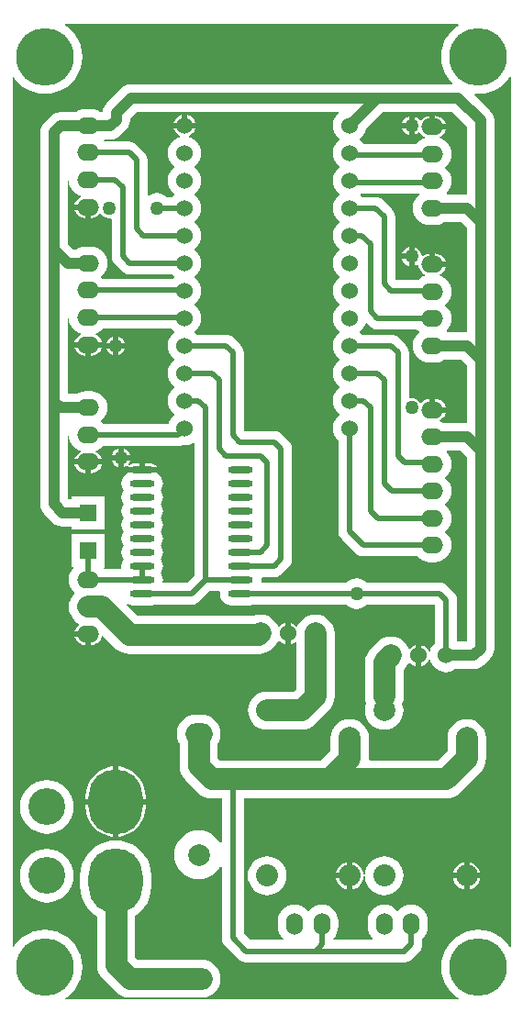
<source format=gbl>
G04 Layer_Physical_Order=2*
G04 Layer_Color=16711680*
%FSLAX25Y25*%
%MOIN*%
G70*
G01*
G75*
%ADD11R,0.05906X0.05906*%
%ADD13C,0.01969*%
%ADD14C,0.07874*%
%ADD15O,0.09843X0.07874*%
%ADD16C,0.07874*%
%ADD17O,0.06000X0.08000*%
%ADD18C,0.20945*%
%ADD19C,0.08000*%
%ADD20C,0.06000*%
%ADD21O,0.19685X0.23622*%
%ADD22C,0.13386*%
%ADD23O,0.08000X0.06000*%
%ADD24C,0.05000*%
%ADD25O,0.09055X0.02362*%
%ADD26C,0.03937*%
G36*
X161995Y353850D02*
X161348Y353453D01*
X159735Y352076D01*
X158358Y350463D01*
X157250Y348655D01*
X156439Y346696D01*
X155944Y344634D01*
X155777Y342520D01*
X155944Y340406D01*
X156439Y338344D01*
X157250Y336384D01*
X158358Y334576D01*
X159695Y333011D01*
X159641Y332707D01*
X159569Y332511D01*
X132500D01*
X132185Y332470D01*
X131870Y332511D01*
X43130D01*
X41833Y332341D01*
X40624Y331840D01*
X39586Y331044D01*
X34114Y325571D01*
X33318Y324533D01*
X32817Y323325D01*
X32689Y322354D01*
X32043D01*
X31850Y322513D01*
X30807Y323070D01*
X29676Y323413D01*
X28500Y323529D01*
X26500D01*
X25324Y323413D01*
X24193Y323070D01*
X23151Y322513D01*
X22957Y322354D01*
X17343D01*
X16046Y322183D01*
X14837Y321683D01*
X13799Y320886D01*
X11456Y318544D01*
X10660Y317506D01*
X10159Y316297D01*
X9989Y315000D01*
Y272500D01*
Y180000D01*
X10159Y178703D01*
X10660Y177494D01*
X11456Y176456D01*
X14567Y173346D01*
X15605Y172550D01*
X16813Y172049D01*
X18110Y171878D01*
X21547D01*
Y170937D01*
X33453D01*
Y182843D01*
X21547D01*
Y181901D01*
X20186D01*
X20011Y182076D01*
Y204723D01*
X20511Y204747D01*
X20587Y203981D01*
X20930Y202850D01*
X21487Y201808D01*
X22237Y200894D01*
X23151Y200145D01*
X24193Y199587D01*
X24691Y199436D01*
X24717Y198906D01*
X24483Y198809D01*
X23647Y198168D01*
X23006Y197332D01*
X22603Y196359D01*
X22597Y196315D01*
X27500D01*
X32403D01*
X32397Y196359D01*
X31994Y197332D01*
X31353Y198168D01*
X30517Y198809D01*
X30283Y198906D01*
X30309Y199436D01*
X30807Y199587D01*
X31850Y200145D01*
X32763Y200894D01*
X32964Y201139D01*
X60158D01*
X61198Y201276D01*
X61829Y201537D01*
X62500Y201471D01*
X63676Y201587D01*
X64807Y201930D01*
X65481Y202290D01*
X65981Y201991D01*
Y154165D01*
X63335Y151519D01*
X54900D01*
X54571Y151895D01*
X54650Y152500D01*
X54507Y153592D01*
X54085Y154609D01*
X53785Y155000D01*
X54085Y155391D01*
X54507Y156409D01*
X54650Y157500D01*
X54507Y158591D01*
X54085Y159609D01*
X53785Y160000D01*
X54085Y160391D01*
X54507Y161408D01*
X54650Y162500D01*
X54507Y163592D01*
X54085Y164609D01*
X53785Y165000D01*
X54085Y165391D01*
X54507Y166409D01*
X54650Y167500D01*
X54507Y168591D01*
X54085Y169609D01*
X53785Y170000D01*
X54085Y170391D01*
X54507Y171408D01*
X54650Y172500D01*
X54507Y173591D01*
X54085Y174609D01*
X53785Y175000D01*
X54085Y175391D01*
X54507Y176409D01*
X54650Y177500D01*
X54507Y178592D01*
X54085Y179609D01*
X53785Y180000D01*
X54085Y180391D01*
X54507Y181409D01*
X54650Y182500D01*
X54507Y183591D01*
X54085Y184609D01*
X53785Y185000D01*
X54085Y185391D01*
X54507Y186408D01*
X54650Y187500D01*
X54507Y188592D01*
X54085Y189609D01*
X53415Y190482D01*
X52542Y191152D01*
X52436Y191500D01*
X51702D01*
X51525Y191574D01*
X50433Y191717D01*
X47087D01*
X43740D01*
X42649Y191574D01*
X42471Y191500D01*
X41737D01*
X41632Y191152D01*
X40758Y190482D01*
X40088Y189609D01*
X39667Y188592D01*
X39523Y187500D01*
X39667Y186408D01*
X40088Y185391D01*
X40388Y185000D01*
X40088Y184609D01*
X39667Y183591D01*
X39523Y182500D01*
X39667Y181409D01*
X40088Y180391D01*
X40388Y180000D01*
X40088Y179609D01*
X39667Y178592D01*
X39523Y177500D01*
X39667Y176409D01*
X40088Y175391D01*
X40388Y175000D01*
X40088Y174609D01*
X39667Y173591D01*
X39523Y172500D01*
X39667Y171408D01*
X40088Y170391D01*
X40388Y170000D01*
X40088Y169609D01*
X39667Y168591D01*
X39523Y167500D01*
X39667Y166409D01*
X40088Y165391D01*
X40388Y165000D01*
X40088Y164609D01*
X39667Y163592D01*
X39523Y162500D01*
X39667Y161408D01*
X40088Y160391D01*
X40388Y160000D01*
X40088Y159609D01*
X39667Y158591D01*
X39523Y157500D01*
X39603Y156895D01*
X39273Y156519D01*
X33330D01*
X33228Y156658D01*
X33453Y157158D01*
X33453D01*
Y169063D01*
X21547D01*
Y157158D01*
X21995D01*
X22150Y156658D01*
X21487Y155850D01*
X20930Y154807D01*
X20587Y153676D01*
X20471Y152500D01*
X20587Y151324D01*
X20930Y150193D01*
X21487Y149151D01*
X22237Y148237D01*
X22462Y148052D01*
X22438Y147425D01*
X21704Y146530D01*
X21060Y145325D01*
X20978Y145055D01*
X20930Y144965D01*
X20587Y143834D01*
X20471Y142657D01*
X20587Y141481D01*
X20930Y140350D01*
X20978Y140260D01*
X21060Y139990D01*
X21704Y138785D01*
X22571Y137729D01*
X23627Y136862D01*
X24072Y136624D01*
X24121Y136031D01*
X23647Y135668D01*
X23006Y134832D01*
X22603Y133859D01*
X22597Y133815D01*
X27500D01*
Y132815D01*
X28500D01*
Y128780D01*
X29544Y128918D01*
X30517Y129321D01*
X31353Y129962D01*
X31994Y130798D01*
X32397Y131771D01*
X32437Y132071D01*
X32910Y132232D01*
X37571Y127571D01*
X37946Y127264D01*
X38627Y126704D01*
X39832Y126060D01*
X41140Y125663D01*
X42500Y125529D01*
X89500D01*
X90180Y125596D01*
X90860Y125663D01*
X92168Y126060D01*
X93373Y126704D01*
X94429Y127571D01*
X94929Y128071D01*
X95796Y129127D01*
X96413Y130282D01*
X96742Y130391D01*
X96933Y130426D01*
X97147Y130147D01*
X97983Y129506D01*
X98956Y129103D01*
X99000Y129097D01*
Y133000D01*
Y136903D01*
X98956Y136897D01*
X97983Y136494D01*
X97147Y135853D01*
X96933Y135574D01*
X96742Y135609D01*
X96413Y135718D01*
X95796Y136873D01*
X94929Y137929D01*
X93873Y138796D01*
X92668Y139440D01*
X91360Y139837D01*
X90000Y139971D01*
X88640Y139837D01*
X87433Y139471D01*
X45387D01*
X41495Y143363D01*
X41778Y143787D01*
X42649Y143427D01*
X43740Y143283D01*
X50433D01*
X51525Y143427D01*
X51657Y143481D01*
X65000D01*
X66040Y143618D01*
X67009Y144020D01*
X67842Y144658D01*
X71665Y148481D01*
X75100D01*
X75429Y148105D01*
X75350Y147500D01*
X75493Y146408D01*
X75915Y145391D01*
X76585Y144518D01*
X77458Y143848D01*
X78475Y143427D01*
X79567Y143283D01*
X86260D01*
X87351Y143427D01*
X87484Y143481D01*
X121202D01*
X122226Y142696D01*
X123564Y142142D01*
X125000Y141953D01*
X126436Y142142D01*
X127774Y142696D01*
X128798Y143481D01*
X153335D01*
X153481Y143335D01*
Y129464D01*
X153237Y129263D01*
X152487Y128349D01*
X151930Y127307D01*
X151712Y126590D01*
X151182Y126564D01*
X150994Y127017D01*
X150353Y127853D01*
X149517Y128494D01*
X148544Y128897D01*
X148500Y128903D01*
Y125000D01*
Y121097D01*
X148544Y121103D01*
X149517Y121506D01*
X150353Y122147D01*
X150994Y122983D01*
X151182Y123436D01*
X151712Y123410D01*
X151930Y122693D01*
X152487Y121651D01*
X153237Y120737D01*
X154150Y119987D01*
X155193Y119430D01*
X156324Y119087D01*
X157500Y118971D01*
X158676Y119087D01*
X159807Y119430D01*
X160849Y119987D01*
X160852Y119989D01*
X167500D01*
X168797Y120159D01*
X170006Y120660D01*
X171044Y121456D01*
X173544Y123956D01*
X174340Y124994D01*
X174841Y126203D01*
X175011Y127500D01*
Y319370D01*
X174841Y320667D01*
X174340Y321876D01*
X173544Y322914D01*
X167805Y328652D01*
X168015Y329106D01*
X169291Y329006D01*
X171405Y329172D01*
X173467Y329667D01*
X175427Y330479D01*
X177235Y331587D01*
X178847Y332964D01*
X180225Y334576D01*
X180621Y335224D01*
X181102Y335088D01*
Y19243D01*
X180621Y19107D01*
X180225Y19754D01*
X178847Y21367D01*
X177235Y22744D01*
X175427Y23852D01*
X173467Y24664D01*
X171405Y25159D01*
X169291Y25325D01*
X167177Y25159D01*
X165115Y24664D01*
X163156Y23852D01*
X161348Y22744D01*
X159735Y21367D01*
X158358Y19754D01*
X157250Y17946D01*
X156439Y15987D01*
X155944Y13925D01*
X155777Y11811D01*
X155944Y9697D01*
X156439Y7635D01*
X157250Y5676D01*
X158358Y3868D01*
X159735Y2255D01*
X161348Y878D01*
X161995Y481D01*
X161860Y-0D01*
X19243D01*
X19107Y481D01*
X19754Y878D01*
X21367Y2255D01*
X22744Y3868D01*
X23852Y5676D01*
X24664Y7635D01*
X25159Y9697D01*
X25325Y11811D01*
X25159Y13925D01*
X24664Y15987D01*
X23852Y17946D01*
X22744Y19754D01*
X21367Y21367D01*
X19754Y22744D01*
X17946Y23852D01*
X15987Y24664D01*
X13925Y25159D01*
X11811Y25325D01*
X9697Y25159D01*
X7635Y24664D01*
X5676Y23852D01*
X3868Y22744D01*
X2255Y21367D01*
X878Y19754D01*
X481Y19107D01*
X0Y19243D01*
X0Y335088D01*
X481Y335224D01*
X878Y334576D01*
X2255Y332964D01*
X3868Y331587D01*
X5676Y330479D01*
X7635Y329667D01*
X9697Y329172D01*
X11811Y329006D01*
X13925Y329172D01*
X15987Y329667D01*
X17946Y330479D01*
X19754Y331587D01*
X21367Y332964D01*
X22744Y334576D01*
X23852Y336384D01*
X24664Y338344D01*
X25159Y340406D01*
X25325Y342520D01*
X25159Y344634D01*
X24664Y346696D01*
X23852Y348655D01*
X22744Y350463D01*
X21367Y352076D01*
X19754Y353453D01*
X19107Y353850D01*
X19243Y354331D01*
X161860D01*
X161995Y353850D01*
D02*
G37*
G36*
X164989Y317294D02*
Y292511D01*
X157813D01*
X157645Y292982D01*
X157763Y293079D01*
X158513Y293993D01*
X159070Y295035D01*
X159413Y296166D01*
X159529Y297342D01*
X159413Y298519D01*
X159070Y299650D01*
X158513Y300692D01*
X157763Y301606D01*
X157266Y302014D01*
Y302514D01*
X157763Y302922D01*
X158513Y303836D01*
X159070Y304878D01*
X159413Y306009D01*
X159529Y307185D01*
X159413Y308361D01*
X159070Y309492D01*
X158513Y310535D01*
X157763Y311448D01*
X156850Y312198D01*
X155807Y312755D01*
X155309Y312906D01*
X155283Y313437D01*
X155517Y313534D01*
X156353Y314175D01*
X156994Y315010D01*
X157397Y315983D01*
X157403Y316028D01*
X152500D01*
Y317028D01*
X151500D01*
Y321062D01*
X150456Y320925D01*
X149483Y320522D01*
X148647Y319880D01*
X148431Y319599D01*
X147801Y319599D01*
X147496Y319996D01*
X146765Y320557D01*
X146000Y320874D01*
Y317500D01*
Y314126D01*
X146765Y314443D01*
X147474Y314987D01*
X147550Y315030D01*
X148069Y314929D01*
X148647Y314175D01*
X149483Y313534D01*
X149717Y313437D01*
X149691Y312906D01*
X149193Y312755D01*
X148151Y312198D01*
X147237Y311448D01*
X146778Y310889D01*
X127481D01*
X126763Y311763D01*
X126170Y312250D01*
Y312750D01*
X126763Y313237D01*
X127513Y314151D01*
X128070Y315193D01*
X128413Y316324D01*
X128413Y316326D01*
X134576Y322489D01*
X159794D01*
X164989Y317294D01*
D02*
G37*
G36*
X20587Y296639D02*
X20930Y295508D01*
X21487Y294465D01*
X22237Y293552D01*
X23151Y292802D01*
X24193Y292245D01*
X24691Y292094D01*
X24717Y291563D01*
X24483Y291466D01*
X23647Y290825D01*
X23006Y289990D01*
X22603Y289017D01*
X22597Y288972D01*
X27500D01*
Y287972D01*
X28500D01*
Y283938D01*
X29544Y284075D01*
X30517Y284478D01*
X31353Y285120D01*
X31569Y285401D01*
X32199Y285401D01*
X32504Y285004D01*
X33235Y284443D01*
X34086Y284090D01*
X35000Y283970D01*
X35481Y284033D01*
X35981Y283596D01*
Y270000D01*
X36118Y268960D01*
X36520Y267991D01*
X37158Y267158D01*
X39658Y264658D01*
X40491Y264020D01*
X41460Y263618D01*
X42500Y263481D01*
X58036D01*
X58237Y263237D01*
X58830Y262750D01*
Y262250D01*
X58237Y261763D01*
X58165Y261676D01*
X32964D01*
X32763Y261921D01*
X32266Y262329D01*
Y262829D01*
X32763Y263237D01*
X33513Y264151D01*
X34070Y265193D01*
X34413Y266324D01*
X34529Y267500D01*
X34413Y268676D01*
X34070Y269807D01*
X33513Y270849D01*
X32763Y271763D01*
X31850Y272513D01*
X30807Y273070D01*
X29676Y273413D01*
X28500Y273529D01*
X26500D01*
X25324Y273413D01*
X24193Y273070D01*
X23151Y272513D01*
X23148Y272511D01*
X22076D01*
X20011Y274576D01*
Y297380D01*
X20511Y297405D01*
X20587Y296639D01*
D02*
G37*
G36*
X147734Y292671D02*
Y292171D01*
X147237Y291763D01*
X146487Y290849D01*
X145930Y289807D01*
X145587Y288676D01*
X145471Y287500D01*
X145587Y286324D01*
X145930Y285193D01*
X146487Y284151D01*
X147237Y283237D01*
X148151Y282487D01*
X149193Y281930D01*
X150324Y281587D01*
X151500Y281471D01*
X153500D01*
X154676Y281587D01*
X155807Y281930D01*
X156850Y282487D01*
X156851Y282489D01*
X162924D01*
X164989Y280424D01*
Y242511D01*
X157813D01*
X157645Y242982D01*
X157763Y243079D01*
X158513Y243993D01*
X159070Y245035D01*
X159413Y246166D01*
X159529Y247342D01*
X159413Y248519D01*
X159070Y249650D01*
X158513Y250692D01*
X157763Y251606D01*
X157266Y252014D01*
Y252514D01*
X157763Y252922D01*
X158513Y253836D01*
X159070Y254878D01*
X159413Y256009D01*
X159529Y257185D01*
X159413Y258361D01*
X159070Y259492D01*
X158513Y260535D01*
X157763Y261448D01*
X156850Y262198D01*
X155807Y262755D01*
X155309Y262906D01*
X155283Y263437D01*
X155517Y263534D01*
X156353Y264175D01*
X156994Y265010D01*
X157397Y265983D01*
X157403Y266028D01*
X152500D01*
Y267028D01*
X151500D01*
Y271062D01*
X150456Y270925D01*
X149483Y270522D01*
X149013Y270161D01*
X148480Y270382D01*
X148410Y270914D01*
X148057Y271765D01*
X147496Y272496D01*
X146765Y273057D01*
X146000Y273374D01*
Y270000D01*
Y266626D01*
X146765Y266943D01*
X146971Y267101D01*
X147114Y267079D01*
X147487Y266866D01*
X147603Y265983D01*
X148006Y265010D01*
X148647Y264175D01*
X149483Y263534D01*
X149717Y263437D01*
X149691Y262906D01*
X149193Y262755D01*
X148151Y262198D01*
X147323Y261519D01*
X139165D01*
X139019Y261665D01*
Y284370D01*
X138882Y285410D01*
X138480Y286379D01*
X137842Y287212D01*
X134712Y290342D01*
X133879Y290980D01*
X132910Y291382D01*
X131870Y291519D01*
X126964D01*
X126763Y291763D01*
X126452Y292018D01*
X126427Y292655D01*
X126628Y292851D01*
X147514D01*
X147734Y292671D01*
D02*
G37*
G36*
X129658Y244658D02*
X130491Y244020D01*
X131460Y243618D01*
X132500Y243481D01*
X146907D01*
X147237Y243079D01*
X147734Y242671D01*
Y242171D01*
X147237Y241763D01*
X146487Y240849D01*
X145930Y239807D01*
X145587Y238676D01*
X145471Y237500D01*
X145587Y236324D01*
X145930Y235193D01*
X146487Y234151D01*
X147237Y233237D01*
X148151Y232487D01*
X149193Y231930D01*
X150324Y231587D01*
X151500Y231471D01*
X153500D01*
X154676Y231587D01*
X155807Y231930D01*
X156850Y232487D01*
X156851Y232489D01*
X162924D01*
X164989Y230424D01*
Y209381D01*
X156851D01*
X156850Y209383D01*
X155807Y209940D01*
X155309Y210091D01*
X155283Y210622D01*
X155517Y210719D01*
X156353Y211360D01*
X156994Y212195D01*
X157397Y213168D01*
X157403Y213213D01*
X152500D01*
Y214213D01*
X151500D01*
Y218247D01*
X150456Y218110D01*
X149483Y217707D01*
X148647Y217065D01*
X148505Y216880D01*
X147922Y216941D01*
X147496Y217496D01*
X146765Y218057D01*
X145914Y218410D01*
X145000Y218530D01*
X144519Y218467D01*
X144019Y218904D01*
Y235000D01*
X143882Y236040D01*
X143480Y237009D01*
X142842Y237842D01*
X140342Y240342D01*
X139509Y240980D01*
X138540Y241382D01*
X137500Y241519D01*
X126964D01*
X126763Y241763D01*
X126170Y242250D01*
Y242750D01*
X126763Y243237D01*
X127513Y244150D01*
X128070Y245193D01*
X128174Y245536D01*
X128659Y245657D01*
X129658Y244658D01*
D02*
G37*
G36*
X20587Y246639D02*
X20930Y245508D01*
X21487Y244465D01*
X22237Y243552D01*
X23151Y242802D01*
X24193Y242245D01*
X24691Y242094D01*
X24717Y241563D01*
X24483Y241466D01*
X23647Y240825D01*
X23006Y239990D01*
X22603Y239017D01*
X22597Y238972D01*
X27500D01*
X32403D01*
X32397Y239017D01*
X31994Y239990D01*
X31353Y240825D01*
X30517Y241466D01*
X30283Y241563D01*
X30309Y242094D01*
X30807Y242245D01*
X31850Y242802D01*
X32763Y243552D01*
X32964Y243796D01*
X57778D01*
X58237Y243237D01*
X58830Y242750D01*
Y242250D01*
X58237Y241763D01*
X57487Y240849D01*
X56930Y239807D01*
X56587Y238676D01*
X56471Y237500D01*
X56587Y236324D01*
X56930Y235193D01*
X57487Y234151D01*
X58237Y233237D01*
X58830Y232750D01*
Y232250D01*
X58237Y231763D01*
X57487Y230850D01*
X56930Y229807D01*
X56587Y228676D01*
X56471Y227500D01*
X56587Y226324D01*
X56930Y225193D01*
X57487Y224150D01*
X58237Y223237D01*
X58830Y222750D01*
Y222250D01*
X58237Y221763D01*
X57487Y220849D01*
X56930Y219807D01*
X56587Y218676D01*
X56471Y217500D01*
X56587Y216324D01*
X56930Y215193D01*
X57487Y214151D01*
X58237Y213237D01*
X58830Y212750D01*
Y212250D01*
X58237Y211763D01*
X57487Y210849D01*
X56930Y209807D01*
X56739Y209176D01*
X32964D01*
X32763Y209421D01*
X32266Y209829D01*
Y210329D01*
X32763Y210737D01*
X33513Y211650D01*
X34070Y212693D01*
X34413Y213824D01*
X34529Y215000D01*
X34413Y216176D01*
X34070Y217307D01*
X33513Y218350D01*
X32763Y219263D01*
X31850Y220013D01*
X30807Y220570D01*
X29676Y220913D01*
X28500Y221029D01*
X26500D01*
X25324Y220913D01*
X24193Y220570D01*
X23151Y220013D01*
X23148Y220011D01*
X20011D01*
Y247380D01*
X20511Y247405D01*
X20587Y246639D01*
D02*
G37*
G36*
X118547Y322018D02*
X118237Y321763D01*
X117487Y320849D01*
X116930Y319807D01*
X116587Y318676D01*
X116471Y317500D01*
X116587Y316324D01*
X116930Y315193D01*
X117487Y314151D01*
X118237Y313237D01*
X118830Y312750D01*
Y312250D01*
X118237Y311763D01*
X117487Y310849D01*
X116930Y309807D01*
X116587Y308676D01*
X116471Y307500D01*
X116587Y306324D01*
X116930Y305193D01*
X117487Y304151D01*
X118237Y303237D01*
X118830Y302750D01*
Y302250D01*
X118237Y301763D01*
X117487Y300850D01*
X116930Y299807D01*
X116587Y298676D01*
X116471Y297500D01*
X116587Y296324D01*
X116930Y295193D01*
X117487Y294150D01*
X118237Y293237D01*
X118830Y292750D01*
Y292250D01*
X118237Y291763D01*
X117487Y290849D01*
X116930Y289807D01*
X116587Y288676D01*
X116471Y287500D01*
X116587Y286324D01*
X116930Y285193D01*
X117487Y284151D01*
X118237Y283237D01*
X118830Y282750D01*
Y282250D01*
X118237Y281763D01*
X117487Y280850D01*
X116930Y279807D01*
X116587Y278676D01*
X116471Y277500D01*
X116587Y276324D01*
X116930Y275193D01*
X117487Y274150D01*
X118237Y273237D01*
X118830Y272750D01*
Y272250D01*
X118237Y271763D01*
X117487Y270849D01*
X116930Y269807D01*
X116587Y268676D01*
X116471Y267500D01*
X116587Y266324D01*
X116930Y265193D01*
X117487Y264151D01*
X118237Y263237D01*
X118830Y262750D01*
Y262250D01*
X118237Y261763D01*
X117487Y260849D01*
X116930Y259807D01*
X116587Y258676D01*
X116471Y257500D01*
X116587Y256324D01*
X116930Y255193D01*
X117487Y254151D01*
X118237Y253237D01*
X118830Y252750D01*
Y252250D01*
X118237Y251763D01*
X117487Y250850D01*
X116930Y249807D01*
X116587Y248676D01*
X116471Y247500D01*
X116587Y246324D01*
X116930Y245193D01*
X117487Y244150D01*
X118237Y243237D01*
X118830Y242750D01*
Y242250D01*
X118237Y241763D01*
X117487Y240849D01*
X116930Y239807D01*
X116587Y238676D01*
X116471Y237500D01*
X116587Y236324D01*
X116930Y235193D01*
X117487Y234151D01*
X118237Y233237D01*
X118830Y232750D01*
Y232250D01*
X118237Y231763D01*
X117487Y230850D01*
X116930Y229807D01*
X116587Y228676D01*
X116471Y227500D01*
X116587Y226324D01*
X116930Y225193D01*
X117487Y224150D01*
X118237Y223237D01*
X118830Y222750D01*
Y222250D01*
X118237Y221763D01*
X117487Y220849D01*
X116930Y219807D01*
X116587Y218676D01*
X116471Y217500D01*
X116587Y216324D01*
X116930Y215193D01*
X117487Y214151D01*
X118237Y213237D01*
X118830Y212750D01*
Y212250D01*
X118237Y211763D01*
X117487Y210849D01*
X116930Y209807D01*
X116587Y208676D01*
X116471Y207500D01*
X116587Y206324D01*
X116930Y205193D01*
X117487Y204151D01*
X118237Y203237D01*
X118481Y203036D01*
Y170000D01*
X118618Y168960D01*
X119020Y167991D01*
X119658Y167158D01*
X124658Y162158D01*
X125491Y161520D01*
X126460Y161118D01*
X127500Y160981D01*
X147036D01*
X147237Y160737D01*
X148151Y159987D01*
X149193Y159430D01*
X150324Y159087D01*
X151500Y158971D01*
X153500D01*
X154676Y159087D01*
X155807Y159430D01*
X156850Y159987D01*
X157763Y160737D01*
X158513Y161651D01*
X159070Y162693D01*
X159413Y163824D01*
X159529Y165000D01*
X159413Y166176D01*
X159070Y167307D01*
X158513Y168350D01*
X157763Y169263D01*
X157266Y169671D01*
Y170171D01*
X157763Y170579D01*
X158513Y171493D01*
X159070Y172535D01*
X159413Y173666D01*
X159529Y174843D01*
X159413Y176019D01*
X159070Y177150D01*
X158513Y178192D01*
X157763Y179106D01*
X157266Y179514D01*
Y180014D01*
X157763Y180422D01*
X158513Y181335D01*
X159070Y182378D01*
X159413Y183509D01*
X159529Y184685D01*
X159413Y185861D01*
X159070Y186992D01*
X158513Y188035D01*
X157763Y188948D01*
X157266Y189356D01*
Y189856D01*
X157763Y190264D01*
X158513Y191178D01*
X159070Y192220D01*
X159413Y193351D01*
X159529Y194528D01*
X159413Y195704D01*
X159070Y196835D01*
X158513Y197877D01*
X157763Y198791D01*
X157645Y198888D01*
X157813Y199359D01*
X162924D01*
X164989Y197294D01*
Y130011D01*
X161519D01*
Y145000D01*
X161382Y146040D01*
X160980Y147009D01*
X160342Y147842D01*
X157842Y150342D01*
X157009Y150980D01*
X156040Y151382D01*
X155000Y151519D01*
X128798D01*
X127774Y152304D01*
X126436Y152858D01*
X125000Y153048D01*
X123564Y152858D01*
X122226Y152304D01*
X121202Y151519D01*
X90727D01*
X90397Y151895D01*
X90477Y152500D01*
X90397Y153105D01*
X90727Y153481D01*
X95000D01*
X96040Y153618D01*
X97009Y154020D01*
X97842Y154658D01*
X100342Y157158D01*
X100980Y157991D01*
X101382Y158960D01*
X101519Y160000D01*
Y200000D01*
X101382Y201040D01*
X100980Y202009D01*
X100342Y202842D01*
X97842Y205342D01*
X97009Y205980D01*
X96040Y206382D01*
X95000Y206519D01*
X84165D01*
X84019Y206665D01*
Y235000D01*
X83882Y236040D01*
X83480Y237009D01*
X82842Y237842D01*
X80342Y240342D01*
X79509Y240980D01*
X78540Y241382D01*
X77500Y241519D01*
X66964D01*
X66763Y241763D01*
X66170Y242250D01*
Y242750D01*
X66763Y243237D01*
X67513Y244150D01*
X68070Y245193D01*
X68413Y246324D01*
X68529Y247500D01*
X68413Y248676D01*
X68070Y249807D01*
X67513Y250850D01*
X66763Y251763D01*
X66170Y252250D01*
Y252750D01*
X66763Y253237D01*
X67513Y254151D01*
X68070Y255193D01*
X68413Y256324D01*
X68529Y257500D01*
X68413Y258676D01*
X68070Y259807D01*
X67513Y260849D01*
X66763Y261763D01*
X66170Y262250D01*
Y262750D01*
X66763Y263237D01*
X67513Y264151D01*
X68070Y265193D01*
X68413Y266324D01*
X68529Y267500D01*
X68413Y268676D01*
X68070Y269807D01*
X67513Y270849D01*
X66763Y271763D01*
X66170Y272250D01*
Y272750D01*
X66763Y273237D01*
X67513Y274150D01*
X68070Y275193D01*
X68413Y276324D01*
X68529Y277500D01*
X68413Y278676D01*
X68070Y279807D01*
X67513Y280850D01*
X66763Y281763D01*
X66170Y282250D01*
Y282750D01*
X66763Y283237D01*
X67513Y284151D01*
X68070Y285193D01*
X68413Y286324D01*
X68529Y287500D01*
X68413Y288676D01*
X68070Y289807D01*
X67513Y290849D01*
X66763Y291763D01*
X66170Y292250D01*
Y292750D01*
X66763Y293237D01*
X67513Y294150D01*
X68070Y295193D01*
X68413Y296324D01*
X68529Y297500D01*
X68413Y298676D01*
X68070Y299807D01*
X67513Y300850D01*
X66763Y301763D01*
X66170Y302250D01*
Y302750D01*
X66763Y303237D01*
X67513Y304151D01*
X68070Y305193D01*
X68413Y306324D01*
X68529Y307500D01*
X68413Y308676D01*
X68070Y309807D01*
X67513Y310849D01*
X66763Y311763D01*
X65850Y312513D01*
X64807Y313070D01*
X64090Y313288D01*
X64064Y313818D01*
X64517Y314006D01*
X65353Y314647D01*
X65994Y315483D01*
X66397Y316456D01*
X66403Y316500D01*
X58597D01*
X58603Y316456D01*
X59006Y315483D01*
X59647Y314647D01*
X60483Y314006D01*
X60936Y313818D01*
X60910Y313288D01*
X60193Y313070D01*
X59150Y312513D01*
X58237Y311763D01*
X57487Y310849D01*
X56930Y309807D01*
X56587Y308676D01*
X56471Y307500D01*
X56587Y306324D01*
X56930Y305193D01*
X57487Y304151D01*
X58237Y303237D01*
X58830Y302750D01*
Y302250D01*
X58237Y301763D01*
X57487Y300850D01*
X56930Y299807D01*
X56587Y298676D01*
X56471Y297500D01*
X56587Y296324D01*
X56930Y295193D01*
X57487Y294150D01*
X58237Y293237D01*
X58830Y292750D01*
Y292250D01*
X58237Y291763D01*
X58036Y291519D01*
X56298D01*
X55274Y292304D01*
X53936Y292858D01*
X52500Y293047D01*
X51064Y292858D01*
X49726Y292304D01*
X49467Y292105D01*
X49019Y292326D01*
Y305000D01*
X48882Y306040D01*
X48480Y307009D01*
X47842Y307842D01*
X45184Y310499D01*
X44352Y311138D01*
X43383Y311539D01*
X42342Y311676D01*
X33302D01*
X33182Y311831D01*
X33428Y312331D01*
X35472D01*
X36770Y312502D01*
X37978Y313003D01*
X39016Y313799D01*
X41201Y315984D01*
X41997Y317022D01*
X42498Y318231D01*
X42669Y319528D01*
Y319952D01*
X45206Y322489D01*
X118379D01*
X118547Y322018D01*
D02*
G37*
%LPC*%
G36*
X40370Y200224D02*
Y197850D01*
X42744D01*
X42427Y198616D01*
X41866Y199347D01*
X41135Y199908D01*
X40370Y200224D01*
D02*
G37*
G36*
X38370D02*
X37605Y199908D01*
X36874Y199347D01*
X36313Y198616D01*
X35996Y197850D01*
X38370D01*
Y200224D01*
D02*
G37*
G36*
X50433Y194724D02*
X48087D01*
Y193500D01*
X52388D01*
X52006Y194072D01*
X51284Y194554D01*
X50433Y194724D01*
D02*
G37*
G36*
X42744Y195850D02*
X40370D01*
Y193476D01*
X41135Y193793D01*
X41637Y194178D01*
X42007Y193832D01*
X41785Y193500D01*
X46087D01*
Y194724D01*
X43740D01*
X42889Y194554D01*
X42399Y194227D01*
X42053Y194597D01*
X42427Y195085D01*
X42744Y195850D01*
D02*
G37*
G36*
X38370D02*
X35996D01*
X36313Y195085D01*
X36874Y194354D01*
X37605Y193793D01*
X38370Y193476D01*
Y195850D01*
D02*
G37*
G36*
X32403Y194315D02*
X28500D01*
Y191280D01*
X29544Y191418D01*
X30517Y191821D01*
X31353Y192462D01*
X31994Y193298D01*
X32397Y194271D01*
X32403Y194315D01*
D02*
G37*
G36*
X26500D02*
X22597D01*
X22603Y194271D01*
X23006Y193298D01*
X23647Y192462D01*
X24483Y191821D01*
X25456Y191418D01*
X26500Y191280D01*
D01*
Y194315D01*
D02*
G37*
G36*
X110000Y139971D02*
X108640Y139837D01*
X107333Y139440D01*
X106127Y138796D01*
X105071Y137929D01*
X104204Y136873D01*
X103587Y135718D01*
X103258Y135609D01*
X103067Y135574D01*
X102853Y135853D01*
X102017Y136494D01*
X101044Y136897D01*
X101000Y136903D01*
Y133000D01*
Y129097D01*
X101044Y129103D01*
X102017Y129506D01*
X102529Y129899D01*
X103029Y129652D01*
Y112887D01*
X102113Y111971D01*
X92500D01*
X91140Y111837D01*
X89833Y111440D01*
X88627Y110796D01*
X87571Y109929D01*
X86704Y108873D01*
X86060Y107668D01*
X85663Y106360D01*
X85529Y105000D01*
X85663Y103640D01*
X86060Y102332D01*
X86704Y101127D01*
X87571Y100071D01*
X88627Y99204D01*
X89833Y98560D01*
X91140Y98163D01*
X92500Y98029D01*
X105000D01*
X105680Y98096D01*
X106360Y98163D01*
X107668Y98560D01*
X108873Y99204D01*
X109929Y100071D01*
X114929Y105071D01*
X115796Y106127D01*
X116440Y107333D01*
X116837Y108640D01*
X116971Y110000D01*
Y133000D01*
X116837Y134360D01*
X116440Y135668D01*
X115796Y136873D01*
X114929Y137929D01*
X113873Y138796D01*
X112668Y139440D01*
X111360Y139837D01*
X110000Y139971D01*
D02*
G37*
G36*
X26500Y131815D02*
X22597D01*
X22603Y131771D01*
X23006Y130798D01*
X23647Y129962D01*
X24483Y129321D01*
X25456Y128918D01*
X26500Y128780D01*
D01*
Y131815D01*
D02*
G37*
G36*
X137500Y131971D02*
X136140Y131837D01*
X134833Y131440D01*
X133627Y130796D01*
X132571Y129929D01*
X130209Y127567D01*
X129342Y126510D01*
X128698Y125305D01*
X128301Y123998D01*
X128234Y123318D01*
X128167Y122638D01*
Y110138D01*
X128301Y108778D01*
X128610Y107761D01*
X128560Y107668D01*
X128163Y106360D01*
X128029Y105000D01*
X128163Y103640D01*
X128560Y102332D01*
X129204Y101127D01*
X130071Y100071D01*
X131127Y99204D01*
X132333Y98560D01*
X133640Y98163D01*
X135000Y98029D01*
X136360Y98163D01*
X137668Y98560D01*
X138873Y99204D01*
X139929Y100071D01*
X140796Y101127D01*
X141440Y102332D01*
X141837Y103640D01*
X141971Y105000D01*
X141837Y106360D01*
X141528Y107377D01*
X141578Y107470D01*
X141974Y108778D01*
X142108Y110138D01*
Y119750D01*
X142429Y120071D01*
X143296Y121127D01*
X143913Y122282D01*
X144242Y122391D01*
X144433Y122426D01*
X144647Y122147D01*
X145483Y121506D01*
X146456Y121103D01*
X146500Y121097D01*
Y125000D01*
Y128903D01*
X146456Y128897D01*
X145483Y128494D01*
X144647Y127853D01*
X144433Y127574D01*
X144242Y127609D01*
X143913Y127718D01*
X143296Y128873D01*
X142429Y129929D01*
X141373Y130796D01*
X140167Y131440D01*
X138860Y131837D01*
X137500Y131971D01*
D02*
G37*
G36*
X38500Y84734D02*
Y72969D01*
X48376D01*
Y73937D01*
X48242Y75638D01*
X47844Y77298D01*
X47191Y78875D01*
X46299Y80330D01*
X45191Y81628D01*
X43893Y82736D01*
X42438Y83628D01*
X40861Y84281D01*
X39201Y84679D01*
X38500Y84734D01*
D02*
G37*
G36*
X36500D02*
X35799Y84679D01*
X34139Y84281D01*
X32562Y83628D01*
X31107Y82736D01*
X29809Y81628D01*
X28701Y80330D01*
X27809Y78875D01*
X27156Y77298D01*
X26758Y75638D01*
X26624Y73937D01*
Y72969D01*
X36500D01*
Y84734D01*
D02*
G37*
G36*
X12500Y79740D02*
X10600Y79553D01*
X8773Y78998D01*
X7089Y78098D01*
X5613Y76887D01*
X4402Y75411D01*
X3502Y73727D01*
X2947Y71900D01*
X2760Y70000D01*
X2947Y68100D01*
X3502Y66273D01*
X4402Y64589D01*
X5613Y63113D01*
X7089Y61902D01*
X8773Y61002D01*
X10600Y60447D01*
X12500Y60260D01*
X14400Y60447D01*
X16227Y61002D01*
X17911Y61902D01*
X19387Y63113D01*
X20598Y64589D01*
X21498Y66273D01*
X22053Y68100D01*
X22240Y70000D01*
X22053Y71900D01*
X21498Y73727D01*
X20598Y75411D01*
X19387Y76887D01*
X17911Y78098D01*
X16227Y78998D01*
X14400Y79553D01*
X12500Y79740D01*
D02*
G37*
G36*
X48376Y70969D02*
X38500D01*
Y59203D01*
X39201Y59258D01*
X40861Y59656D01*
X42438Y60309D01*
X43893Y61201D01*
X45191Y62309D01*
X46299Y63607D01*
X47191Y65062D01*
X47844Y66639D01*
X48242Y68299D01*
X48376Y70000D01*
Y70969D01*
D02*
G37*
G36*
X36500D02*
X26624D01*
Y70000D01*
X26758Y68299D01*
X27156Y66639D01*
X27809Y65062D01*
X28701Y63607D01*
X29809Y62309D01*
X31107Y61201D01*
X32562Y60309D01*
X34139Y59656D01*
X35799Y59258D01*
X36500Y59203D01*
Y70969D01*
D02*
G37*
G36*
X68622Y103585D02*
X66654D01*
X65294Y103451D01*
X63986Y103054D01*
X62781Y102410D01*
X61725Y101543D01*
X60858Y100487D01*
X60214Y99282D01*
X59817Y97974D01*
X59683Y96614D01*
X59817Y95254D01*
X60214Y93947D01*
X60667Y93098D01*
Y84862D01*
X60734Y84182D01*
X60801Y83502D01*
X61198Y82195D01*
X61842Y80989D01*
X62709Y79933D01*
X67571Y75071D01*
X68627Y74204D01*
X69832Y73560D01*
X71140Y73163D01*
X71820Y73096D01*
X72500Y73029D01*
X75981D01*
Y56981D01*
X75481Y56855D01*
X75078Y57609D01*
X73965Y58965D01*
X72609Y60078D01*
X71062Y60905D01*
X69384Y61414D01*
X67638Y61586D01*
X65892Y61414D01*
X64213Y60905D01*
X62666Y60078D01*
X61310Y58965D01*
X60197Y57609D01*
X59370Y56062D01*
X58861Y54384D01*
X58689Y52638D01*
X58861Y50892D01*
X59370Y49213D01*
X60197Y47666D01*
X61310Y46310D01*
X62666Y45197D01*
X64213Y44370D01*
X65892Y43861D01*
X67638Y43689D01*
X69384Y43861D01*
X71062Y44370D01*
X72609Y45197D01*
X73965Y46310D01*
X75078Y47666D01*
X75481Y48420D01*
X75981Y48295D01*
Y22500D01*
X76118Y21460D01*
X76520Y20491D01*
X77158Y19658D01*
X82021Y14796D01*
X82853Y14158D01*
X83822Y13756D01*
X84862Y13619D01*
X142342D01*
X143383Y13756D01*
X144352Y14158D01*
X145184Y14796D01*
X145249Y14881D01*
X147684Y17316D01*
X148323Y18148D01*
X148724Y19117D01*
X148861Y20157D01*
Y22036D01*
X149106Y22237D01*
X149855Y23151D01*
X150413Y24193D01*
X150756Y25324D01*
X150872Y26500D01*
Y28500D01*
X150756Y29676D01*
X150413Y30807D01*
X149855Y31850D01*
X149106Y32763D01*
X148192Y33513D01*
X147150Y34070D01*
X146019Y34413D01*
X144843Y34529D01*
X143666Y34413D01*
X142535Y34070D01*
X141493Y33513D01*
X140579Y32763D01*
X140171Y32266D01*
X139671D01*
X139263Y32763D01*
X138349Y33513D01*
X137307Y34070D01*
X136176Y34413D01*
X135000Y34529D01*
X133824Y34413D01*
X132693Y34070D01*
X131650Y33513D01*
X130737Y32763D01*
X129987Y31850D01*
X129430Y30807D01*
X129087Y29676D01*
X128971Y28500D01*
Y26500D01*
X129087Y25324D01*
X129430Y24193D01*
X129987Y23151D01*
X130737Y22237D01*
X130870Y22127D01*
X130702Y21656D01*
X116499D01*
Y22149D01*
X116606Y22237D01*
X117356Y23151D01*
X117913Y24193D01*
X118256Y25324D01*
X118372Y26500D01*
Y28500D01*
X118256Y29676D01*
X117913Y30807D01*
X117356Y31850D01*
X116606Y32763D01*
X115692Y33513D01*
X114650Y34070D01*
X113519Y34413D01*
X112343Y34529D01*
X111166Y34413D01*
X110035Y34070D01*
X108993Y33513D01*
X108079Y32763D01*
X107671Y32266D01*
X107171D01*
X106763Y32763D01*
X105850Y33513D01*
X104807Y34070D01*
X103676Y34413D01*
X102500Y34529D01*
X101324Y34413D01*
X100193Y34070D01*
X99151Y33513D01*
X98237Y32763D01*
X97487Y31850D01*
X96930Y30807D01*
X96587Y29676D01*
X96471Y28500D01*
Y26500D01*
X96587Y25324D01*
X96930Y24193D01*
X97487Y23151D01*
X98237Y22237D01*
X98370Y22127D01*
X98202Y21656D01*
X86527D01*
X84019Y24165D01*
Y73029D01*
X157500D01*
X158180Y73096D01*
X158860Y73163D01*
X160168Y73560D01*
X161373Y74204D01*
X162429Y75071D01*
X169929Y82571D01*
X170796Y83627D01*
X171440Y84833D01*
X171837Y86140D01*
X171904Y86820D01*
X171971Y87500D01*
Y95000D01*
X171837Y96360D01*
X171440Y97667D01*
X170796Y98873D01*
X169929Y99929D01*
X168873Y100796D01*
X167667Y101440D01*
X166360Y101837D01*
X165000Y101971D01*
X163640Y101837D01*
X162332Y101440D01*
X161127Y100796D01*
X160071Y99929D01*
X159204Y98873D01*
X158560Y97667D01*
X158163Y96360D01*
X158029Y95000D01*
Y90387D01*
X154613Y86971D01*
X129791D01*
X129455Y87341D01*
X129471Y87500D01*
Y95000D01*
X129337Y96360D01*
X128940Y97667D01*
X128296Y98873D01*
X127429Y99929D01*
X126373Y100796D01*
X125168Y101440D01*
X123860Y101837D01*
X122500Y101971D01*
X121140Y101837D01*
X119833Y101440D01*
X118627Y100796D01*
X117571Y99929D01*
X116704Y98873D01*
X116060Y97667D01*
X115663Y96360D01*
X115529Y95000D01*
Y90387D01*
X112113Y86971D01*
X75387D01*
X74608Y87749D01*
Y93098D01*
X75062Y93947D01*
X75459Y95254D01*
X75593Y96614D01*
X75459Y97974D01*
X75062Y99282D01*
X74418Y100487D01*
X73551Y101543D01*
X72495Y102410D01*
X71290Y103054D01*
X69982Y103451D01*
X68622Y103585D01*
D02*
G37*
G36*
X166000Y49911D02*
Y46000D01*
X169912D01*
X169871Y46305D01*
X169368Y47522D01*
X168566Y48566D01*
X167522Y49367D01*
X166305Y49871D01*
X166000Y49911D01*
D02*
G37*
G36*
X121500D02*
X121195Y49871D01*
X119978Y49367D01*
X118934Y48566D01*
X118132Y47522D01*
X117629Y46305D01*
X117588Y46000D01*
X121500D01*
Y49911D01*
D02*
G37*
G36*
X164000D02*
X163695Y49871D01*
X162478Y49367D01*
X161434Y48566D01*
X160633Y47522D01*
X160129Y46305D01*
X160089Y46000D01*
X164000D01*
Y49911D01*
D02*
G37*
G36*
X135000Y52034D02*
X133628Y51899D01*
X132308Y51499D01*
X131092Y50849D01*
X130026Y49974D01*
X129151Y48908D01*
X128501Y47692D01*
X128101Y46372D01*
X128001Y45353D01*
X127498Y45345D01*
X127371Y46305D01*
X126867Y47522D01*
X126066Y48566D01*
X125022Y49367D01*
X123805Y49871D01*
X123500Y49911D01*
Y45000D01*
Y40088D01*
X123805Y40129D01*
X125022Y40633D01*
X126066Y41434D01*
X126867Y42478D01*
X127371Y43695D01*
X127498Y44655D01*
X128001Y44647D01*
X128101Y43628D01*
X128501Y42308D01*
X129151Y41092D01*
X130026Y40026D01*
X131092Y39151D01*
X132308Y38502D01*
X133628Y38101D01*
X135000Y37966D01*
X136372Y38101D01*
X137692Y38502D01*
X138908Y39151D01*
X139974Y40026D01*
X140849Y41092D01*
X141498Y42308D01*
X141899Y43628D01*
X142034Y45000D01*
X141899Y46372D01*
X141498Y47692D01*
X140849Y48908D01*
X139974Y49974D01*
X138908Y50849D01*
X137692Y51499D01*
X136372Y51899D01*
X135000Y52034D01*
D02*
G37*
G36*
X169912Y44000D02*
X166000D01*
Y40088D01*
X166305Y40129D01*
X167522Y40633D01*
X168566Y41434D01*
X169368Y42478D01*
X169871Y43695D01*
X169912Y44000D01*
D02*
G37*
G36*
X164000D02*
X160089D01*
X160129Y43695D01*
X160633Y42478D01*
X161434Y41434D01*
X162478Y40633D01*
X163695Y40129D01*
X164000Y40088D01*
Y44000D01*
D02*
G37*
G36*
X121500D02*
X117588D01*
X117629Y43695D01*
X118132Y42478D01*
X118934Y41434D01*
X119978Y40633D01*
X121195Y40129D01*
X121500Y40088D01*
Y44000D01*
D02*
G37*
G36*
X92500Y52034D02*
X91128Y51899D01*
X89808Y51499D01*
X88592Y50849D01*
X87526Y49974D01*
X86651Y48908D01*
X86001Y47692D01*
X85601Y46372D01*
X85466Y45000D01*
X85601Y43628D01*
X86001Y42308D01*
X86651Y41092D01*
X87526Y40026D01*
X88592Y39151D01*
X89808Y38502D01*
X91128Y38101D01*
X92500Y37966D01*
X93872Y38101D01*
X95192Y38502D01*
X96408Y39151D01*
X97474Y40026D01*
X98348Y41092D01*
X98998Y42308D01*
X99399Y43628D01*
X99534Y45000D01*
X99399Y46372D01*
X98998Y47692D01*
X98348Y48908D01*
X97474Y49974D01*
X96408Y50849D01*
X95192Y51499D01*
X93872Y51899D01*
X92500Y52034D01*
D02*
G37*
G36*
X12500Y54740D02*
X10600Y54553D01*
X8773Y53998D01*
X7089Y53098D01*
X5613Y51887D01*
X4402Y50411D01*
X3502Y48727D01*
X2947Y46900D01*
X2760Y45000D01*
X2947Y43100D01*
X3502Y41273D01*
X4402Y39589D01*
X5613Y38113D01*
X7089Y36902D01*
X8773Y36002D01*
X10600Y35447D01*
X12500Y35260D01*
X14400Y35447D01*
X16227Y36002D01*
X17911Y36902D01*
X19387Y38113D01*
X20598Y39589D01*
X21498Y41273D01*
X22053Y43100D01*
X22240Y45000D01*
X22053Y46900D01*
X21498Y48727D01*
X20598Y50411D01*
X19387Y51887D01*
X17911Y53098D01*
X16227Y53998D01*
X14400Y54553D01*
X12500Y54740D01*
D02*
G37*
G36*
X37500Y57882D02*
X35485Y57724D01*
X33519Y57252D01*
X31652Y56478D01*
X29928Y55422D01*
X28391Y54109D01*
X27078Y52572D01*
X26022Y50848D01*
X25248Y48981D01*
X24776Y47015D01*
X24618Y45000D01*
Y41063D01*
X24776Y39048D01*
X25248Y37082D01*
X26022Y35215D01*
X27078Y33491D01*
X28391Y31954D01*
X29928Y30641D01*
X30667Y30188D01*
Y12638D01*
X30734Y11958D01*
X30801Y11278D01*
X31198Y9970D01*
X31842Y8765D01*
X32709Y7709D01*
X37709Y2709D01*
X38765Y1842D01*
X39970Y1198D01*
X41278Y801D01*
X42638Y667D01*
X68622D01*
X69982Y801D01*
X71290Y1198D01*
X72495Y1842D01*
X73551Y2709D01*
X74418Y3765D01*
X75062Y4970D01*
X75459Y6278D01*
X75593Y7638D01*
X75459Y8998D01*
X75062Y10305D01*
X74418Y11511D01*
X73551Y12567D01*
X72495Y13434D01*
X71290Y14078D01*
X69982Y14474D01*
X68622Y14608D01*
X45525D01*
X44608Y15525D01*
Y30357D01*
X45072Y30641D01*
X46609Y31954D01*
X47922Y33491D01*
X48978Y35215D01*
X49752Y37082D01*
X50224Y39048D01*
X50382Y41063D01*
Y45000D01*
X50224Y47015D01*
X49752Y48981D01*
X48978Y50848D01*
X47922Y52572D01*
X46609Y54109D01*
X45072Y55422D01*
X43348Y56478D01*
X41481Y57252D01*
X39515Y57724D01*
X37500Y57882D01*
D02*
G37*
G36*
X144000Y320874D02*
X143235Y320557D01*
X142504Y319996D01*
X141943Y319265D01*
X141626Y318500D01*
X144000D01*
Y320874D01*
D02*
G37*
G36*
X153500Y321062D02*
D01*
Y318028D01*
X157403D01*
X157397Y318072D01*
X156994Y319045D01*
X156353Y319880D01*
X155517Y320522D01*
X154544Y320925D01*
X153500Y321062D01*
D02*
G37*
G36*
X144000Y316500D02*
X141626D01*
X141943Y315735D01*
X142504Y315004D01*
X143235Y314443D01*
X144000Y314126D01*
Y316500D01*
D02*
G37*
G36*
X26500Y286972D02*
X22597D01*
X22603Y286928D01*
X23006Y285955D01*
X23647Y285120D01*
X24483Y284478D01*
X25456Y284075D01*
X26500Y283938D01*
D01*
Y286972D01*
D02*
G37*
G36*
X144000Y273374D02*
X143235Y273057D01*
X142504Y272496D01*
X141943Y271765D01*
X141626Y271000D01*
X144000D01*
Y273374D01*
D02*
G37*
G36*
X153500Y271062D02*
D01*
Y268028D01*
X157403D01*
X157397Y268072D01*
X156994Y269045D01*
X156353Y269880D01*
X155517Y270522D01*
X154544Y270925D01*
X153500Y271062D01*
D02*
G37*
G36*
X144000Y269000D02*
X141626D01*
X141943Y268235D01*
X142504Y267504D01*
X143235Y266943D01*
X144000Y266626D01*
Y269000D01*
D02*
G37*
G36*
X153500Y218247D02*
D01*
Y215213D01*
X157403D01*
X157397Y215257D01*
X156994Y216230D01*
X156353Y217065D01*
X155517Y217707D01*
X154544Y218110D01*
X153500Y218247D01*
D02*
G37*
G36*
X38500Y240874D02*
Y238500D01*
X40874D01*
X40557Y239265D01*
X39996Y239996D01*
X39265Y240557D01*
X38500Y240874D01*
D02*
G37*
G36*
X36500D02*
X35735Y240557D01*
X35004Y239996D01*
X34443Y239265D01*
X34126Y238500D01*
X36500D01*
Y240874D01*
D02*
G37*
G36*
X40874Y236500D02*
X38500D01*
Y234126D01*
X39265Y234443D01*
X39996Y235004D01*
X40557Y235735D01*
X40874Y236500D01*
D02*
G37*
G36*
X36500D02*
X34126D01*
X34443Y235735D01*
X35004Y235004D01*
X35735Y234443D01*
X36500Y234126D01*
Y236500D01*
D02*
G37*
G36*
X32403Y236972D02*
X28500D01*
Y233938D01*
X29544Y234075D01*
X30517Y234478D01*
X31353Y235120D01*
X31994Y235955D01*
X32397Y236928D01*
X32403Y236972D01*
D02*
G37*
G36*
X26500D02*
X22597D01*
X22603Y236928D01*
X23006Y235955D01*
X23647Y235120D01*
X24483Y234478D01*
X25456Y234075D01*
X26500Y233938D01*
D01*
Y236972D01*
D02*
G37*
G36*
X63500Y321403D02*
Y318500D01*
X66403D01*
X66397Y318544D01*
X65994Y319517D01*
X65353Y320353D01*
X64517Y320994D01*
X63544Y321397D01*
X63500Y321403D01*
D02*
G37*
G36*
X61500D02*
X61456Y321397D01*
X60483Y320994D01*
X59647Y320353D01*
X59006Y319517D01*
X58603Y318544D01*
X58597Y318500D01*
X61500D01*
Y321403D01*
D02*
G37*
%LPD*%
D11*
X27500Y176890D02*
D03*
Y163110D02*
D03*
D13*
X110138Y17638D02*
X112480Y19980D01*
Y27638D01*
X144843Y20157D02*
Y27500D01*
X142342Y17658D02*
X144843Y20157D01*
X122500Y306870D02*
X150315D01*
X152500Y309055D01*
X150157Y296870D02*
X152500Y299213D01*
X122500Y296870D02*
X150157D01*
X80000Y22500D02*
X84862Y17638D01*
X142342D01*
X80000Y22500D02*
Y80000D01*
X52500Y287500D02*
X62500D01*
X27500Y297815D02*
X37185D01*
X40000Y295000D01*
Y270000D02*
Y295000D01*
Y270000D02*
X42500Y267500D01*
X62500D01*
X27500Y307658D02*
X42342D01*
X45000Y305000D01*
Y280000D02*
Y305000D01*
Y280000D02*
X47500Y277500D01*
X62500D01*
X27500Y257658D02*
X62343D01*
X62500Y257500D01*
X27500Y247815D02*
X62185D01*
X62500Y247500D01*
X122500Y286870D02*
X123130Y287500D01*
X131870D01*
X135000Y284370D01*
X122500Y276870D02*
X123130Y277500D01*
X126870D01*
X130000Y274370D01*
X150787Y247500D02*
X152500Y249213D01*
X150945Y257500D02*
X152500Y259055D01*
X135000Y260000D02*
Y284370D01*
Y260000D02*
X137500Y257500D01*
X150945D01*
X27500Y152500D02*
X47500D01*
X27500D02*
Y163110D01*
X47087Y152500D02*
Y157500D01*
X82913Y162500D02*
X90000D01*
X92500Y165000D01*
Y195000D01*
X90000Y197500D02*
X92500Y195000D01*
X155000Y147500D02*
X157500Y145000D01*
Y125000D02*
Y145000D01*
X82913Y157500D02*
X95000D01*
X97500Y160000D01*
Y200000D01*
X95000Y202500D02*
X97500Y200000D01*
X80000Y205000D02*
X82500Y202500D01*
X95000D01*
X62500Y237500D02*
X77500D01*
X80000Y235000D01*
Y205000D02*
Y235000D01*
X75000Y200000D02*
X77500Y197500D01*
X90000D01*
X62500Y227500D02*
X72500D01*
X75000Y225000D01*
Y200000D02*
Y225000D01*
X62500Y217500D02*
X67500D01*
X70000Y215000D01*
Y152500D02*
Y215000D01*
Y152500D02*
X82913D01*
X47087Y147500D02*
X65000D01*
X70000Y152500D01*
X122500Y170000D02*
Y207500D01*
Y170000D02*
X127500Y165000D01*
X152500D01*
X132658Y174843D02*
X152500D01*
X130000Y177500D02*
X132658Y174843D01*
X130000Y177500D02*
Y215000D01*
X127500Y217500D02*
X130000Y215000D01*
X122500Y217500D02*
X127500D01*
X137815Y184685D02*
X152500D01*
X135000Y187500D02*
X137815Y184685D01*
X135000Y187500D02*
Y225000D01*
X132500Y227500D02*
X135000Y225000D01*
X122500Y227500D02*
X132500D01*
X122500Y237500D02*
X137500D01*
X140000Y235000D01*
Y197500D02*
Y235000D01*
Y197500D02*
X142500Y195000D01*
X152028D01*
X152500Y194528D01*
X82913Y147500D02*
X125000D01*
X155000D01*
X27500Y205157D02*
X60158D01*
X62500Y207500D01*
X130000Y250000D02*
Y274370D01*
Y250000D02*
X132500Y247500D01*
X150787D01*
D14*
X37638Y12638D02*
Y45000D01*
Y12638D02*
X42638Y7638D01*
X67638D01*
X135138Y110138D02*
Y122638D01*
X137500Y125000D01*
X115000Y80000D02*
X122500Y87500D01*
Y95000D01*
X157500Y80000D02*
X165000Y87500D01*
Y95000D01*
X67638Y84862D02*
Y96614D01*
Y84862D02*
X72500Y80000D01*
X80000D01*
X115000D01*
X157500D01*
X92500Y105000D02*
X105000D01*
X110000Y110000D01*
Y133000D01*
X27500Y142657D02*
X32342D01*
X42500Y132500D01*
X89500D01*
X90000Y133000D01*
D15*
X67638Y96614D02*
D03*
Y7638D02*
D03*
D16*
Y52638D02*
D03*
X92500Y105000D02*
D03*
X122500Y95000D02*
D03*
X135000Y105000D02*
D03*
X165000Y95000D02*
D03*
D17*
X144843Y27500D02*
D03*
X135000D02*
D03*
X112343D02*
D03*
X102500D02*
D03*
D18*
X11811Y342520D02*
D03*
X169291D02*
D03*
X11811Y11811D02*
D03*
X169291Y11811D02*
D03*
D19*
X122500Y45000D02*
D03*
X92500D02*
D03*
X165000D02*
D03*
X135000D02*
D03*
D20*
X137500Y125000D02*
D03*
X147500D02*
D03*
X157500D02*
D03*
X90000Y133000D02*
D03*
X100000D02*
D03*
X110000D02*
D03*
X62500Y317500D02*
D03*
Y307500D02*
D03*
Y297500D02*
D03*
Y287500D02*
D03*
Y277500D02*
D03*
Y267500D02*
D03*
Y257500D02*
D03*
Y247500D02*
D03*
Y237500D02*
D03*
Y227500D02*
D03*
Y217500D02*
D03*
Y207500D02*
D03*
X122500D02*
D03*
Y217500D02*
D03*
Y227500D02*
D03*
Y237500D02*
D03*
Y247500D02*
D03*
Y257500D02*
D03*
Y267500D02*
D03*
Y277500D02*
D03*
Y287500D02*
D03*
Y297500D02*
D03*
Y307500D02*
D03*
Y317500D02*
D03*
D21*
X37500Y43031D02*
D03*
Y71969D02*
D03*
D22*
X12500Y70000D02*
D03*
Y45000D02*
D03*
D23*
X27500Y132815D02*
D03*
Y142657D02*
D03*
Y152500D02*
D03*
X152500Y267028D02*
D03*
Y257185D02*
D03*
Y247342D02*
D03*
Y237500D02*
D03*
Y317028D02*
D03*
Y307185D02*
D03*
Y297342D02*
D03*
Y287500D02*
D03*
X27500Y237972D02*
D03*
Y247815D02*
D03*
Y257658D02*
D03*
Y267500D02*
D03*
Y287972D02*
D03*
Y297815D02*
D03*
Y307658D02*
D03*
Y317500D02*
D03*
X152500Y214213D02*
D03*
Y204370D02*
D03*
Y194528D02*
D03*
Y184685D02*
D03*
Y174843D02*
D03*
Y165000D02*
D03*
X27500Y195315D02*
D03*
Y205157D02*
D03*
Y215000D02*
D03*
D24*
X145000Y317500D02*
D03*
Y270000D02*
D03*
X52500Y287500D02*
D03*
X35000D02*
D03*
X145000Y215000D02*
D03*
X37500Y237500D02*
D03*
X125000Y147500D02*
D03*
X45000Y132500D02*
D03*
X39370Y196850D02*
D03*
D25*
X47087Y147500D02*
D03*
Y152500D02*
D03*
Y157500D02*
D03*
Y162500D02*
D03*
Y167500D02*
D03*
Y172500D02*
D03*
Y177500D02*
D03*
Y182500D02*
D03*
Y187500D02*
D03*
Y192500D02*
D03*
X82913Y147500D02*
D03*
Y152500D02*
D03*
Y157500D02*
D03*
Y162500D02*
D03*
Y167500D02*
D03*
Y172500D02*
D03*
Y177500D02*
D03*
Y182500D02*
D03*
Y187500D02*
D03*
Y192500D02*
D03*
D26*
X152500Y237500D02*
X165000D01*
X152500Y287500D02*
X165000D01*
X170000Y127500D02*
Y319370D01*
X17343Y317342D02*
X35472D01*
X37657Y319528D02*
Y322028D01*
X35472Y317342D02*
X37657Y319528D01*
X15000Y272500D02*
X20000Y267500D01*
X27500D01*
X15000Y315000D02*
X17343Y317342D01*
X122500Y317500D02*
X132500Y327500D01*
X161870D01*
X170000Y319370D01*
X37657Y322028D02*
X43130Y327500D01*
X131870D01*
X167500Y125000D02*
X170000Y127500D01*
X157500Y125000D02*
X167500D01*
X165000Y237500D02*
X170000Y232500D01*
X165000Y287500D02*
X170000Y282500D01*
X165000Y204370D02*
X170000Y199370D01*
X152500Y204370D02*
X165000D01*
X17500Y215000D02*
X27500D01*
X15000Y272500D02*
Y315000D01*
X15610Y216890D02*
X17500Y215000D01*
X18110Y176890D02*
X27500D01*
X15000Y180000D02*
Y272500D01*
Y180000D02*
X18110Y176890D01*
M02*

</source>
